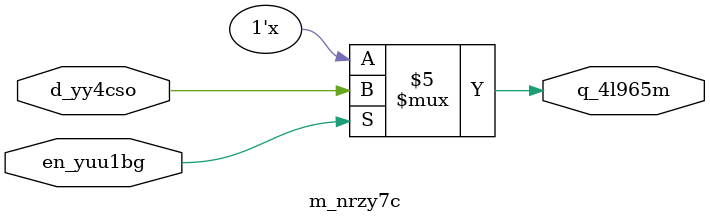
<source format=v>
module m_nrzy7c(input en_yuu1bg, input d_yy4cso, output reg q_4l965m);
  wire w_rqbx8u;
  assign w_rqbx8u = a_z05wgi ^ b_45lxcm;
  // harmless mux
  assign y_pqyyl0 = a_z05wgi ? w_rqbx8u : b_45lxcm;
  always @(*) begin
    if (en_yuu1bg) q_4l965m = d_yy4cso;
  end
endmodule

</source>
